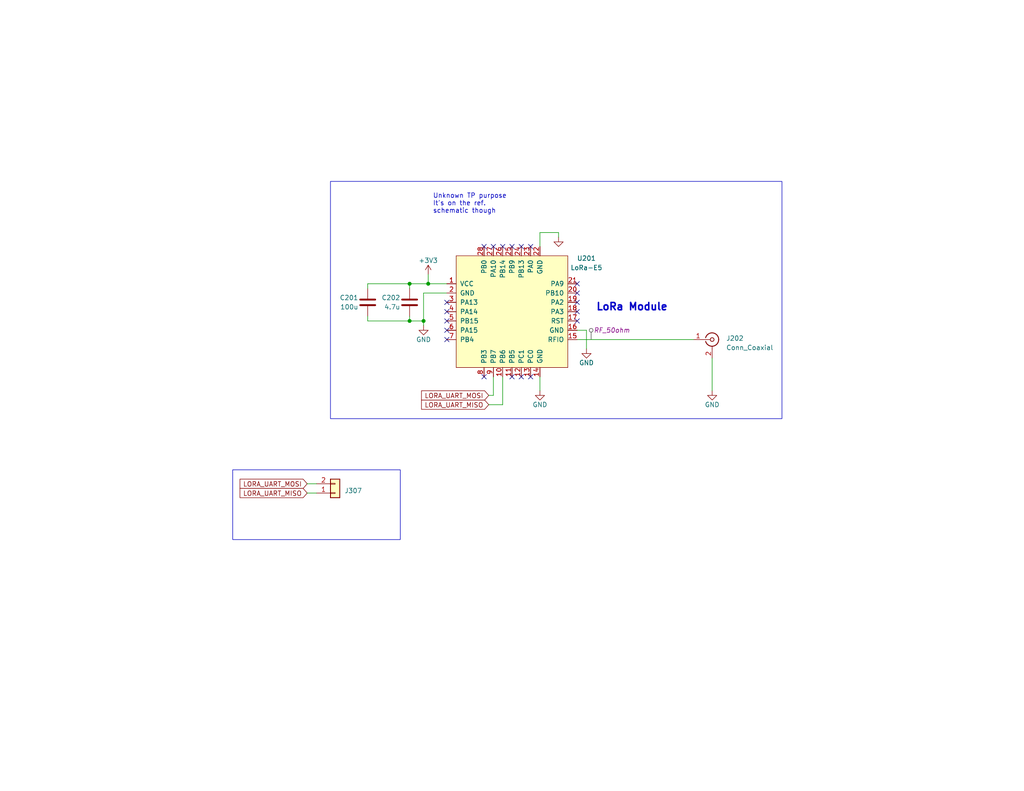
<source format=kicad_sch>
(kicad_sch (version 20230121) (generator eeschema)
  (paper "USLetter")
  (title_block (date "2024-01-01") (rev "Rev1"))
  (lib_symbols
    (symbol "00_This_Project_Symbol_Lib:LoRa-E5" (pin_names (offset 1.016))
      (property "Reference" "U" (at 0 0 0))
      (property "Value" "LoRa-E5" (at 0 2.54 0))
      (symbol "LoRa-E5_0_1"
        (rectangle (start -15.24 15.24) (end 15.24 -15.24) (fill (type background)))
      )
      (symbol "LoRa-E5_1_1"
        (pin input line (at -17.78 7.62 0) (length 2.54) (name "VCC") (number "1"))
        (pin input line (at -2.54 -17.78 90) (length 2.54) (name "PB6") (number "10"))
        (pin input line (at 0 -17.78 90) (length 2.54) (name "PB5") (number "11"))
        (pin input line (at 2.54 -17.78 90) (length 2.54) (name "PC1") (number "12"))
        (pin input line (at 5.08 -17.78 90) (length 2.54) (name "PC0") (number "13"))
        (pin input line (at 7.62 -17.78 90) (length 2.54) (name "GND") (number "14"))
        (pin input line (at 17.78 -7.62 180) (length 2.54) (name "RFIO") (number "15"))
        (pin input line (at 17.78 -5.08 180) (length 2.54) (name "GND") (number "16"))
        (pin input line (at 17.78 -2.54 180) (length 2.54) (name "RST") (number "17"))
        (pin input line (at 17.78 0 180) (length 2.54) (name "PA3") (number "18"))
        (pin input line (at 17.78 2.54 180) (length 2.54) (name "PA2") (number "19"))
        (pin input line (at -17.78 5.08 0) (length 2.54) (name "GND") (number "2"))
        (pin input line (at 17.78 5.08 180) (length 2.54) (name "PB10") (number "20"))
        (pin input line (at 17.78 7.62 180) (length 2.54) (name "PA9") (number "21"))
        (pin input line (at 7.62 17.78 270) (length 2.54) (name "GND") (number "22"))
        (pin input line (at 5.08 17.78 270) (length 2.54) (name "PA0") (number "23"))
        (pin input line (at 2.54 17.78 270) (length 2.54) (name "PB13~{}") (number "24"))
        (pin input line (at 0 17.78 270) (length 2.54) (name "PB9") (number "25"))
        (pin input line (at -2.54 17.78 270) (length 2.54) (name "PB14") (number "26"))
        (pin input line (at -5.08 17.78 270) (length 2.54) (name "PA10") (number "27"))
        (pin input line (at -7.62 17.78 270) (length 2.54) (name "PB0") (number "28"))
        (pin input line (at -17.78 2.54 0) (length 2.54) (name "PA13") (number "3"))
        (pin input line (at -17.78 0 0) (length 2.54) (name "PA14") (number "4"))
        (pin input line (at -17.78 -2.54 0) (length 2.54) (name "PB15") (number "5"))
        (pin input line (at -17.78 -5.08 0) (length 2.54) (name "PA15") (number "6"))
        (pin input line (at -17.78 -7.62 0) (length 2.54) (name "PB4") (number "7"))
        (pin input line (at -7.62 -17.78 90) (length 2.54) (name "PB3") (number "8"))
        (pin input line (at -5.08 -17.78 90) (length 2.54) (name "PB7") (number "9"))
      )
    )
    (symbol "Connector:Conn_Coaxial" (pin_names (offset 1.016) hide)
      (property "Reference" "J" (at 0.254 3.048 0))
      (property "Value" "Conn_Coaxial" (at 2.921 0 90))
      (symbol "Conn_Coaxial_0_1"
        (arc (start -1.778 -0.508) (mid 0.2311 -1.8066) (end 1.778 0) (stroke (width 0.254)))
        (polyline (pts (xy -2.54 0) (xy -0.508 0)))
        (polyline (pts (xy 0 -2.54) (xy 0 -1.778)))
        (circle (center 0 0) (radius 0.508) (stroke (width 0.2032)))
        (arc (start 1.778 0) (mid 0.2099 1.8101) (end -1.778 0.508) (stroke (width 0.254)))
      )
      (symbol "Conn_Coaxial_1_1"
        (pin passive line (at -5.08 0 0) (length 2.54) (name "In") (number "1"))
        (pin passive line (at 0 -5.08 90) (length 2.54) (name "Ext") (number "2"))
      )
    )
    (symbol "Connector_Generic:Conn_01x02" (pin_names (offset 1.016) hide)
      (property "Reference" "J" (at 0 2.54 0))
      (property "Value" "Conn_01x02" (at 0 -5.08 0))
      (symbol "Conn_01x02_1_1"
        (rectangle (start -1.27 -2.413) (end 0 -2.667) (stroke (width 0.1524)))
        (rectangle (start -1.27 0.127) (end 0 -0.127) (stroke (width 0.1524)))
        (rectangle (start -1.27 1.27) (end 1.27 -3.81) (stroke (width 0.254)) (fill (type background)))
        (pin passive line (at -5.08 0 0) (length 3.81) (name "Pin_1") (number "1"))
        (pin passive line (at -5.08 -2.54 0) (length 3.81) (name "Pin_2") (number "2"))
      )
    )
    (symbol "Device:C" (pin_numbers hide) (pin_names (offset 0.254))
      (property "Reference" "C" (at 0.635 2.54 0))
      (property "Value" "C" (at 0.635 -2.54 0))
      (symbol "C_0_1"
        (polyline (pts (xy -2.032 -0.762) (xy 2.032 -0.762)) (stroke (width 0.508)))
        (polyline (pts (xy -2.032 0.762) (xy 2.032 0.762)) (stroke (width 0.508)))
      )
      (symbol "C_1_1"
        (pin passive line (at 0 3.81 270) (length 2.794) (name "~") (number "1"))
        (pin passive line (at 0 -3.81 90) (length 2.794) (name "~") (number "2"))
      )
    )
    (symbol "power:+3V3" (power) (pin_names (offset 0))
      (property "Value" "+3V3" (at 0 3.556 0))
      (symbol "+3V3_0_1"
        (polyline (pts (xy -0.762 1.27) (xy 0 2.54)))
        (polyline (pts (xy 0 0) (xy 0 2.54)))
        (polyline (pts (xy 0 2.54) (xy 0.762 1.27)))
      )
      (symbol "+3V3_1_1"
        (pin power_in line (at 0 0 90) (length 0) hide (name "+3V3") (number "1"))
      )
    )
    (symbol "power:GND" (power) (pin_names (offset 0))
      (property "Value" "GND" (at 0 -3.81 0))
      (symbol "GND_0_1"
        (polyline (pts (xy 0 0) (xy 0 -1.27) (xy 1.27 -1.27) (xy 0 -2.54) (xy -1.27 -1.27) (xy 0 -1.27)))
      )
      (symbol "GND_1_1"
        (pin power_in line (at 0 0 270) (length 0) hide (name "GND") (number "1"))
      )
    )
  )
  (junction (at 111.76 87.63))
  (junction (at 116.84 77.47))
  (junction (at 111.76 77.47))
  (junction (at 115.57 87.63))
  (no_connect (at 139.7 102.87))
  (no_connect (at 134.62 67.31))
  (no_connect (at 137.16 67.31))
  (no_connect (at 121.92 82.55))
  (no_connect (at 157.48 77.47))
  (no_connect (at 121.92 85.09))
  (no_connect (at 157.48 80.01))
  (no_connect (at 121.92 87.63))
  (no_connect (at 121.92 90.17))
  (no_connect (at 132.08 102.87))
  (no_connect (at 157.48 87.63))
  (no_connect (at 132.08 67.31))
  (no_connect (at 157.48 82.55))
  (no_connect (at 121.92 92.71))
  (no_connect (at 142.24 67.31))
  (no_connect (at 157.48 85.09))
  (no_connect (at 144.78 102.87))
  (no_connect (at 139.7 67.31))
  (no_connect (at 144.78 67.31))
  (no_connect (at 142.24 102.87))
  (wire (pts (xy 137.16 110.49) (xy 133.35 110.49)))
  (wire (pts (xy 111.76 87.63) (xy 115.57 87.63)))
  (wire (pts (xy 137.16 102.87) (xy 137.16 110.49)))
  (wire (pts (xy 157.48 90.17) (xy 160.02 90.17)))
  (wire (pts (xy 100.33 87.63) (xy 100.33 86.36)))
  (wire (pts (xy 147.32 63.5) (xy 147.32 67.31)))
  (wire (pts (xy 111.76 77.47) (xy 111.76 78.74)))
  (wire (pts (xy 100.33 77.47) (xy 100.33 78.74)))
  (wire (pts (xy 134.62 107.95) (xy 133.35 107.95)))
  (wire (pts (xy 116.84 74.93) (xy 116.84 77.47)))
  (wire (pts (xy 152.4 63.5) (xy 147.32 63.5)))
  (wire (pts (xy 194.31 97.79) (xy 194.31 106.68)))
  (wire (pts (xy 152.4 64.77) (xy 152.4 63.5)))
  (wire (pts (xy 111.76 87.63) (xy 100.33 87.63)))
  (wire (pts (xy 100.33 77.47) (xy 111.76 77.47)))
  (wire (pts (xy 134.62 102.87) (xy 134.62 107.95)))
  (wire (pts (xy 115.57 87.63) (xy 115.57 80.01)))
  (wire (pts (xy 116.84 77.47) (xy 121.92 77.47)))
  (wire (pts (xy 160.02 90.17) (xy 160.02 95.25)))
  (wire (pts (xy 115.57 88.9) (xy 115.57 87.63)))
  (wire (pts (xy 111.76 86.36) (xy 111.76 87.63)))
  (wire (pts (xy 83.82 132.08) (xy 86.36 132.08)))
  (wire (pts (xy 83.82 134.62) (xy 86.36 134.62)))
  (wire (pts (xy 115.57 80.01) (xy 121.92 80.01)))
  (wire (pts (xy 111.76 77.47) (xy 116.84 77.47)))
  (wire (pts (xy 157.48 92.71) (xy 189.23 92.71)))
  (wire (pts (xy 147.32 102.87) (xy 147.32 106.68)))
  (rectangle (start 63.5 128.27) (end 109.22 147.32))
  (rectangle (start 90.17 49.53) (end 213.36 114.3))
  (text "Unknown TP purpose\nIt's on the ref.\nschematic though" (at 118.11 58.42 0) (effects (font (size 1.27 1.27)) (justify left bottom)))
  (text "LoRa Module" (at 162.56 85.09 0) (effects (font (size 2 2) (thickness 0.4) bold) (justify left bottom)))
  (global_label "LORA_UART_MISO" (shape input) (at 133.35 110.49 180) (property "Intersheetrefs" "${INTERSHEET_REFS}" (effects hide)))
  (global_label "LORA_UART_MISO" (shape input) (at 83.82 134.62 180) (property "Intersheetrefs" "${INTERSHEET_REFS}" (effects hide)))
  (global_label "LORA_UART_MOSI" (shape input) (at 83.82 132.08 180) (property "Intersheetrefs" "${INTERSHEET_REFS}" (effects hide)))
  (global_label "LORA_UART_MOSI" (shape input) (at 133.35 107.95 180) (property "Intersheetrefs" "${INTERSHEET_REFS}" (effects hide)))
  (netclass_flag "" (length 2.54) (shape round) (at 161.29 92.71 0) (property "Netclass" "RF_50ohm" (at 161.9885 90.17 0) (effects (font italic) (justify left))))
  (symbol (lib_id "Connector:Conn_Coaxial") (at 194.31 92.71 0) (unit 1)
    (property "Reference" "J202" (at 198.12 92.3682 0) (effects (justify left)))
    (property "Value" "Conn_Coaxial" (at 198.12 94.9082 0) (effects (justify left)))
    (property "Footprint" "Connector_Coaxial:SMA_Wurth_60312002114503_Vertical" (effects hide))
    (property "Datasheet" " ~" (effects hide))
    (instances (project "Tbogg_Sensor_Pkg_PCB" (path "" (reference "J202") (unit 1))) (project "Project-Supernova-PCB" (path "" (reference "J4") (unit 1)) (path "" (reference "J202") (unit 1))))
  )
  (symbol (lib_id "power:GND") (at 115.57 88.9 0) (unit 1)
    (property "Reference" "#PWR0203" (effects hide))
    (property "Value" "GND" (at 115.57 92.71 0))
    (instances (project "Tbogg_Sensor_Pkg_PCB" (path "" (reference "#PWR0203") (unit 1))) (project "Project-Supernova-PCB" (path "" (reference "#PWR05") (unit 1)) (path "" (reference "#PWR0203") (unit 1))))
  )
  (symbol (lib_id "power:GND") (at 160.02 95.25 0) (unit 1)
    (property "Reference" "#PWR0207" (effects hide))
    (property "Value" "GND" (at 160.02 99.06 0))
    (instances (project "Tbogg_Sensor_Pkg_PCB" (path "" (reference "#PWR0207") (unit 1))) (project "Project-Supernova-PCB" (path "" (reference "#PWR015") (unit 1)) (path "" (reference "#PWR0206") (unit 1))))
  )
  (symbol (lib_id "Device:C") (at 111.76 82.55 0) (mirror y) (unit 1)
    (property "Reference" "C202" (at 109.22 81.28 0) (effects (justify left)))
    (property "Value" "4.7u" (at 109.22 83.82 0) (effects (justify left)))
    (property "Footprint" "Capacitor_SMD:C_1206_3216Metric_Pad1.33x1.80mm_HandSolder" (effects hide))
    (instances (project "Tbogg_Sensor_Pkg_PCB" (path "" (reference "C202") (unit 1))) (project "Project-Supernova-PCB" (path "" (reference "C3") (unit 1)) (path "" (reference "C202") (unit 1))))
  )
  (symbol (lib_id "Device:C") (at 100.33 82.55 0) (mirror y) (unit 1)
    (property "Reference" "C201" (at 97.79 81.28 0) (effects (justify left)))
    (property "Value" "100u" (at 97.79 83.82 0) (effects (justify left)))
    (property "Footprint" "Capacitor_SMD:C_1206_3216Metric_Pad1.33x1.80mm_HandSolder" (effects hide))
    (instances (project "Tbogg_Sensor_Pkg_PCB" (path "" (reference "C201") (unit 1))) (project "Project-Supernova-PCB" (path "" (reference "C1") (unit 1)) (path "" (reference "C201") (unit 1))))
  )
  (symbol (lib_id "power:GND") (at 194.31 106.68 0) (unit 1)
    (property "Reference" "#PWR0209" (effects hide))
    (property "Value" "GND" (at 194.31 110.49 0))
    (instances (project "Tbogg_Sensor_Pkg_PCB" (path "" (reference "#PWR0209") (unit 1))) (project "Project-Supernova-PCB" (path "" (reference "#PWR017") (unit 1)) (path "" (reference "#PWR0208") (unit 1))))
  )
  (symbol (lib_id "power:GND") (at 147.32 106.68 0) (unit 1)
    (property "Reference" "#PWR0205" (effects hide))
    (property "Value" "GND" (at 147.32 110.49 0))
    (instances (project "Tbogg_Sensor_Pkg_PCB" (path "" (reference "#PWR0205") (unit 1))) (project "Project-Supernova-PCB" (path "" (reference "#PWR013") (unit 1)) (path "" (reference "#PWR0205") (unit 1))))
  )
  (symbol (lib_id "Connector_Generic:Conn_01x02") (at 91.44 134.62 0) (mirror x) (unit 1)
    (property "Reference" "J307" (at 93.98 133.985 0) (effects (justify left)))
    (property "Value" "Conn_01x02" (effects hide))
    (property "Footprint" "Connector_PinHeader_2.54mm:PinHeader_1x02_P2.54mm_Vertical" (effects hide))
    (instances (project "Tbogg_Sensor_Pkg_PCB" (path "" (reference "J307") (unit 1)) (path "" (reference "J203") (unit 1))) (project "Project-Supernova-PCB" (path "" (reference "J9") (unit 1)) (path "" (reference "J306") (unit 1))))
  )
  (symbol (lib_id "power:GND") (at 152.4 64.77 0) (unit 1)
    (property "Reference" "#PWR0206" (effects hide))
    (property "Value" "GND" (effects hide))
    (instances (project "Tbogg_Sensor_Pkg_PCB" (path "" (reference "#PWR0206") (unit 1))) (project "Project-Supernova-PCB" (path "" (reference "#PWR014") (unit 1)) (path "" (reference "#PWR0209") (unit 1))))
  )
  (symbol (lib_id "power:+3V3") (at 116.84 74.93 0) (unit 1)
    (property "Reference" "#PWR0204" (effects hide))
    (property "Value" "+3V3" (at 116.84 71.12 0))
    (instances (project "Tbogg_Sensor_Pkg_PCB" (path "" (reference "#PWR0204") (unit 1))) (project "Project-Supernova-PCB" (path "" (reference "#PWR07") (unit 1)) (path "" (reference "#PWR0204") (unit 1))))
  )
  (symbol (lib_id "00_This_Project_Symbol_Lib:LoRa-E5") (at 139.7 85.09 0) (unit 1)
    (property "Reference" "U201" (at 160.02 70.5419 0))
    (property "Value" "LoRa-E5" (at 160.02 73.0819 0))
    (property "Footprint" "00 This Project Symbol Lib:LoRa-E5_HandSolder" (effects hide))
    (instances (project "Tbogg_Sensor_Pkg_PCB" (path "" (reference "U201") (unit 1))) (project "Project-Supernova-PCB" (path "" (reference "U3") (unit 1)) (path "" (reference "U201") (unit 1))))
  )
)
</source>
